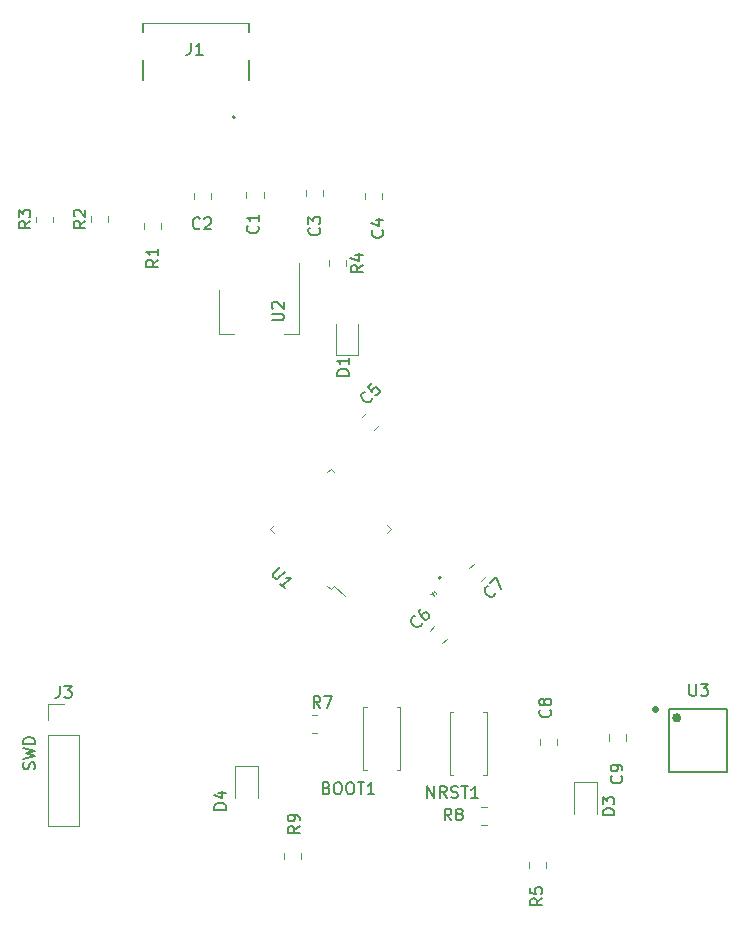
<source format=gbr>
%TF.GenerationSoftware,KiCad,Pcbnew,7.0.10*%
%TF.CreationDate,2024-04-02T20:17:41+05:30*%
%TF.ProjectId,blackpill-tft,626c6163-6b70-4696-9c6c-2d7466742e6b,rev?*%
%TF.SameCoordinates,Original*%
%TF.FileFunction,Legend,Top*%
%TF.FilePolarity,Positive*%
%FSLAX46Y46*%
G04 Gerber Fmt 4.6, Leading zero omitted, Abs format (unit mm)*
G04 Created by KiCad (PCBNEW 7.0.10) date 2024-04-02 20:17:41*
%MOMM*%
%LPD*%
G01*
G04 APERTURE LIST*
%ADD10C,0.150000*%
%ADD11C,0.080000*%
%ADD12C,0.120000*%
%ADD13C,0.200000*%
%ADD14C,0.127000*%
%ADD15C,0.100000*%
G04 APERTURE END LIST*
D10*
X116392200Y-123580839D02*
X116439819Y-123437982D01*
X116439819Y-123437982D02*
X116439819Y-123199887D01*
X116439819Y-123199887D02*
X116392200Y-123104649D01*
X116392200Y-123104649D02*
X116344580Y-123057030D01*
X116344580Y-123057030D02*
X116249342Y-123009411D01*
X116249342Y-123009411D02*
X116154104Y-123009411D01*
X116154104Y-123009411D02*
X116058866Y-123057030D01*
X116058866Y-123057030D02*
X116011247Y-123104649D01*
X116011247Y-123104649D02*
X115963628Y-123199887D01*
X115963628Y-123199887D02*
X115916009Y-123390363D01*
X115916009Y-123390363D02*
X115868390Y-123485601D01*
X115868390Y-123485601D02*
X115820771Y-123533220D01*
X115820771Y-123533220D02*
X115725533Y-123580839D01*
X115725533Y-123580839D02*
X115630295Y-123580839D01*
X115630295Y-123580839D02*
X115535057Y-123533220D01*
X115535057Y-123533220D02*
X115487438Y-123485601D01*
X115487438Y-123485601D02*
X115439819Y-123390363D01*
X115439819Y-123390363D02*
X115439819Y-123152268D01*
X115439819Y-123152268D02*
X115487438Y-123009411D01*
X115439819Y-122676077D02*
X116439819Y-122437982D01*
X116439819Y-122437982D02*
X115725533Y-122247506D01*
X115725533Y-122247506D02*
X116439819Y-122057030D01*
X116439819Y-122057030D02*
X115439819Y-121818935D01*
X116439819Y-121437982D02*
X115439819Y-121437982D01*
X115439819Y-121437982D02*
X115439819Y-121199887D01*
X115439819Y-121199887D02*
X115487438Y-121057030D01*
X115487438Y-121057030D02*
X115582676Y-120961792D01*
X115582676Y-120961792D02*
X115677914Y-120914173D01*
X115677914Y-120914173D02*
X115868390Y-120866554D01*
X115868390Y-120866554D02*
X116011247Y-120866554D01*
X116011247Y-120866554D02*
X116201723Y-120914173D01*
X116201723Y-120914173D02*
X116296961Y-120961792D01*
X116296961Y-120961792D02*
X116392200Y-121057030D01*
X116392200Y-121057030D02*
X116439819Y-121199887D01*
X116439819Y-121199887D02*
X116439819Y-121437982D01*
X136504819Y-85581904D02*
X137314342Y-85581904D01*
X137314342Y-85581904D02*
X137409580Y-85534285D01*
X137409580Y-85534285D02*
X137457200Y-85486666D01*
X137457200Y-85486666D02*
X137504819Y-85391428D01*
X137504819Y-85391428D02*
X137504819Y-85200952D01*
X137504819Y-85200952D02*
X137457200Y-85105714D01*
X137457200Y-85105714D02*
X137409580Y-85058095D01*
X137409580Y-85058095D02*
X137314342Y-85010476D01*
X137314342Y-85010476D02*
X136504819Y-85010476D01*
X136600057Y-84581904D02*
X136552438Y-84534285D01*
X136552438Y-84534285D02*
X136504819Y-84439047D01*
X136504819Y-84439047D02*
X136504819Y-84200952D01*
X136504819Y-84200952D02*
X136552438Y-84105714D01*
X136552438Y-84105714D02*
X136600057Y-84058095D01*
X136600057Y-84058095D02*
X136695295Y-84010476D01*
X136695295Y-84010476D02*
X136790533Y-84010476D01*
X136790533Y-84010476D02*
X136933390Y-84058095D01*
X136933390Y-84058095D02*
X137504819Y-84629523D01*
X137504819Y-84629523D02*
X137504819Y-84010476D01*
X120714819Y-77157566D02*
X120238628Y-77490899D01*
X120714819Y-77728994D02*
X119714819Y-77728994D01*
X119714819Y-77728994D02*
X119714819Y-77348042D01*
X119714819Y-77348042D02*
X119762438Y-77252804D01*
X119762438Y-77252804D02*
X119810057Y-77205185D01*
X119810057Y-77205185D02*
X119905295Y-77157566D01*
X119905295Y-77157566D02*
X120048152Y-77157566D01*
X120048152Y-77157566D02*
X120143390Y-77205185D01*
X120143390Y-77205185D02*
X120191009Y-77252804D01*
X120191009Y-77252804D02*
X120238628Y-77348042D01*
X120238628Y-77348042D02*
X120238628Y-77728994D01*
X119810057Y-76776613D02*
X119762438Y-76728994D01*
X119762438Y-76728994D02*
X119714819Y-76633756D01*
X119714819Y-76633756D02*
X119714819Y-76395661D01*
X119714819Y-76395661D02*
X119762438Y-76300423D01*
X119762438Y-76300423D02*
X119810057Y-76252804D01*
X119810057Y-76252804D02*
X119905295Y-76205185D01*
X119905295Y-76205185D02*
X120000533Y-76205185D01*
X120000533Y-76205185D02*
X120143390Y-76252804D01*
X120143390Y-76252804D02*
X120714819Y-76824232D01*
X120714819Y-76824232D02*
X120714819Y-76205185D01*
X118546666Y-116524819D02*
X118546666Y-117239104D01*
X118546666Y-117239104D02*
X118499047Y-117381961D01*
X118499047Y-117381961D02*
X118403809Y-117477200D01*
X118403809Y-117477200D02*
X118260952Y-117524819D01*
X118260952Y-117524819D02*
X118165714Y-117524819D01*
X118927619Y-116524819D02*
X119546666Y-116524819D01*
X119546666Y-116524819D02*
X119213333Y-116905771D01*
X119213333Y-116905771D02*
X119356190Y-116905771D01*
X119356190Y-116905771D02*
X119451428Y-116953390D01*
X119451428Y-116953390D02*
X119499047Y-117001009D01*
X119499047Y-117001009D02*
X119546666Y-117096247D01*
X119546666Y-117096247D02*
X119546666Y-117334342D01*
X119546666Y-117334342D02*
X119499047Y-117429580D01*
X119499047Y-117429580D02*
X119451428Y-117477200D01*
X119451428Y-117477200D02*
X119356190Y-117524819D01*
X119356190Y-117524819D02*
X119070476Y-117524819D01*
X119070476Y-117524819D02*
X118975238Y-117477200D01*
X118975238Y-117477200D02*
X118927619Y-117429580D01*
X144179819Y-80901066D02*
X143703628Y-81234399D01*
X144179819Y-81472494D02*
X143179819Y-81472494D01*
X143179819Y-81472494D02*
X143179819Y-81091542D01*
X143179819Y-81091542D02*
X143227438Y-80996304D01*
X143227438Y-80996304D02*
X143275057Y-80948685D01*
X143275057Y-80948685D02*
X143370295Y-80901066D01*
X143370295Y-80901066D02*
X143513152Y-80901066D01*
X143513152Y-80901066D02*
X143608390Y-80948685D01*
X143608390Y-80948685D02*
X143656009Y-80996304D01*
X143656009Y-80996304D02*
X143703628Y-81091542D01*
X143703628Y-81091542D02*
X143703628Y-81472494D01*
X143513152Y-80043923D02*
X144179819Y-80043923D01*
X143132200Y-80282018D02*
X143846485Y-80520113D01*
X143846485Y-80520113D02*
X143846485Y-79901066D01*
X165504819Y-127468094D02*
X164504819Y-127468094D01*
X164504819Y-127468094D02*
X164504819Y-127229999D01*
X164504819Y-127229999D02*
X164552438Y-127087142D01*
X164552438Y-127087142D02*
X164647676Y-126991904D01*
X164647676Y-126991904D02*
X164742914Y-126944285D01*
X164742914Y-126944285D02*
X164933390Y-126896666D01*
X164933390Y-126896666D02*
X165076247Y-126896666D01*
X165076247Y-126896666D02*
X165266723Y-126944285D01*
X165266723Y-126944285D02*
X165361961Y-126991904D01*
X165361961Y-126991904D02*
X165457200Y-127087142D01*
X165457200Y-127087142D02*
X165504819Y-127229999D01*
X165504819Y-127229999D02*
X165504819Y-127468094D01*
X164504819Y-126563332D02*
X164504819Y-125944285D01*
X164504819Y-125944285D02*
X164885771Y-126277618D01*
X164885771Y-126277618D02*
X164885771Y-126134761D01*
X164885771Y-126134761D02*
X164933390Y-126039523D01*
X164933390Y-126039523D02*
X164981009Y-125991904D01*
X164981009Y-125991904D02*
X165076247Y-125944285D01*
X165076247Y-125944285D02*
X165314342Y-125944285D01*
X165314342Y-125944285D02*
X165409580Y-125991904D01*
X165409580Y-125991904D02*
X165457200Y-126039523D01*
X165457200Y-126039523D02*
X165504819Y-126134761D01*
X165504819Y-126134761D02*
X165504819Y-126420475D01*
X165504819Y-126420475D02*
X165457200Y-126515713D01*
X165457200Y-126515713D02*
X165409580Y-126563332D01*
X160049580Y-118546666D02*
X160097200Y-118594285D01*
X160097200Y-118594285D02*
X160144819Y-118737142D01*
X160144819Y-118737142D02*
X160144819Y-118832380D01*
X160144819Y-118832380D02*
X160097200Y-118975237D01*
X160097200Y-118975237D02*
X160001961Y-119070475D01*
X160001961Y-119070475D02*
X159906723Y-119118094D01*
X159906723Y-119118094D02*
X159716247Y-119165713D01*
X159716247Y-119165713D02*
X159573390Y-119165713D01*
X159573390Y-119165713D02*
X159382914Y-119118094D01*
X159382914Y-119118094D02*
X159287676Y-119070475D01*
X159287676Y-119070475D02*
X159192438Y-118975237D01*
X159192438Y-118975237D02*
X159144819Y-118832380D01*
X159144819Y-118832380D02*
X159144819Y-118737142D01*
X159144819Y-118737142D02*
X159192438Y-118594285D01*
X159192438Y-118594285D02*
X159240057Y-118546666D01*
X159573390Y-117975237D02*
X159525771Y-118070475D01*
X159525771Y-118070475D02*
X159478152Y-118118094D01*
X159478152Y-118118094D02*
X159382914Y-118165713D01*
X159382914Y-118165713D02*
X159335295Y-118165713D01*
X159335295Y-118165713D02*
X159240057Y-118118094D01*
X159240057Y-118118094D02*
X159192438Y-118070475D01*
X159192438Y-118070475D02*
X159144819Y-117975237D01*
X159144819Y-117975237D02*
X159144819Y-117784761D01*
X159144819Y-117784761D02*
X159192438Y-117689523D01*
X159192438Y-117689523D02*
X159240057Y-117641904D01*
X159240057Y-117641904D02*
X159335295Y-117594285D01*
X159335295Y-117594285D02*
X159382914Y-117594285D01*
X159382914Y-117594285D02*
X159478152Y-117641904D01*
X159478152Y-117641904D02*
X159525771Y-117689523D01*
X159525771Y-117689523D02*
X159573390Y-117784761D01*
X159573390Y-117784761D02*
X159573390Y-117975237D01*
X159573390Y-117975237D02*
X159621009Y-118070475D01*
X159621009Y-118070475D02*
X159668628Y-118118094D01*
X159668628Y-118118094D02*
X159763866Y-118165713D01*
X159763866Y-118165713D02*
X159954342Y-118165713D01*
X159954342Y-118165713D02*
X160049580Y-118118094D01*
X160049580Y-118118094D02*
X160097200Y-118070475D01*
X160097200Y-118070475D02*
X160144819Y-117975237D01*
X160144819Y-117975237D02*
X160144819Y-117784761D01*
X160144819Y-117784761D02*
X160097200Y-117689523D01*
X160097200Y-117689523D02*
X160049580Y-117641904D01*
X160049580Y-117641904D02*
X159954342Y-117594285D01*
X159954342Y-117594285D02*
X159763866Y-117594285D01*
X159763866Y-117594285D02*
X159668628Y-117641904D01*
X159668628Y-117641904D02*
X159621009Y-117689523D01*
X159621009Y-117689523D02*
X159573390Y-117784761D01*
X171857243Y-116364218D02*
X171857243Y-117174647D01*
X171857243Y-117174647D02*
X171904915Y-117269991D01*
X171904915Y-117269991D02*
X171952588Y-117317664D01*
X171952588Y-117317664D02*
X172047932Y-117365336D01*
X172047932Y-117365336D02*
X172238621Y-117365336D01*
X172238621Y-117365336D02*
X172333966Y-117317664D01*
X172333966Y-117317664D02*
X172381638Y-117269991D01*
X172381638Y-117269991D02*
X172429310Y-117174647D01*
X172429310Y-117174647D02*
X172429310Y-116364218D01*
X172810688Y-116364218D02*
X173430428Y-116364218D01*
X173430428Y-116364218D02*
X173096722Y-116745596D01*
X173096722Y-116745596D02*
X173239739Y-116745596D01*
X173239739Y-116745596D02*
X173335084Y-116793268D01*
X173335084Y-116793268D02*
X173382756Y-116840941D01*
X173382756Y-116840941D02*
X173430428Y-116936285D01*
X173430428Y-116936285D02*
X173430428Y-117174647D01*
X173430428Y-117174647D02*
X173382756Y-117269991D01*
X173382756Y-117269991D02*
X173335084Y-117317664D01*
X173335084Y-117317664D02*
X173239739Y-117365336D01*
X173239739Y-117365336D02*
X172953705Y-117365336D01*
X172953705Y-117365336D02*
X172858361Y-117317664D01*
X172858361Y-117317664D02*
X172810688Y-117269991D01*
X166089580Y-124136666D02*
X166137200Y-124184285D01*
X166137200Y-124184285D02*
X166184819Y-124327142D01*
X166184819Y-124327142D02*
X166184819Y-124422380D01*
X166184819Y-124422380D02*
X166137200Y-124565237D01*
X166137200Y-124565237D02*
X166041961Y-124660475D01*
X166041961Y-124660475D02*
X165946723Y-124708094D01*
X165946723Y-124708094D02*
X165756247Y-124755713D01*
X165756247Y-124755713D02*
X165613390Y-124755713D01*
X165613390Y-124755713D02*
X165422914Y-124708094D01*
X165422914Y-124708094D02*
X165327676Y-124660475D01*
X165327676Y-124660475D02*
X165232438Y-124565237D01*
X165232438Y-124565237D02*
X165184819Y-124422380D01*
X165184819Y-124422380D02*
X165184819Y-124327142D01*
X165184819Y-124327142D02*
X165232438Y-124184285D01*
X165232438Y-124184285D02*
X165280057Y-124136666D01*
X166184819Y-123660475D02*
X166184819Y-123469999D01*
X166184819Y-123469999D02*
X166137200Y-123374761D01*
X166137200Y-123374761D02*
X166089580Y-123327142D01*
X166089580Y-123327142D02*
X165946723Y-123231904D01*
X165946723Y-123231904D02*
X165756247Y-123184285D01*
X165756247Y-123184285D02*
X165375295Y-123184285D01*
X165375295Y-123184285D02*
X165280057Y-123231904D01*
X165280057Y-123231904D02*
X165232438Y-123279523D01*
X165232438Y-123279523D02*
X165184819Y-123374761D01*
X165184819Y-123374761D02*
X165184819Y-123565237D01*
X165184819Y-123565237D02*
X165232438Y-123660475D01*
X165232438Y-123660475D02*
X165280057Y-123708094D01*
X165280057Y-123708094D02*
X165375295Y-123755713D01*
X165375295Y-123755713D02*
X165613390Y-123755713D01*
X165613390Y-123755713D02*
X165708628Y-123708094D01*
X165708628Y-123708094D02*
X165756247Y-123660475D01*
X165756247Y-123660475D02*
X165803866Y-123565237D01*
X165803866Y-123565237D02*
X165803866Y-123374761D01*
X165803866Y-123374761D02*
X165756247Y-123279523D01*
X165756247Y-123279523D02*
X165708628Y-123231904D01*
X165708628Y-123231904D02*
X165613390Y-123184285D01*
X135289580Y-77576666D02*
X135337200Y-77624285D01*
X135337200Y-77624285D02*
X135384819Y-77767142D01*
X135384819Y-77767142D02*
X135384819Y-77862380D01*
X135384819Y-77862380D02*
X135337200Y-78005237D01*
X135337200Y-78005237D02*
X135241961Y-78100475D01*
X135241961Y-78100475D02*
X135146723Y-78148094D01*
X135146723Y-78148094D02*
X134956247Y-78195713D01*
X134956247Y-78195713D02*
X134813390Y-78195713D01*
X134813390Y-78195713D02*
X134622914Y-78148094D01*
X134622914Y-78148094D02*
X134527676Y-78100475D01*
X134527676Y-78100475D02*
X134432438Y-78005237D01*
X134432438Y-78005237D02*
X134384819Y-77862380D01*
X134384819Y-77862380D02*
X134384819Y-77767142D01*
X134384819Y-77767142D02*
X134432438Y-77624285D01*
X134432438Y-77624285D02*
X134480057Y-77576666D01*
X135384819Y-76624285D02*
X135384819Y-77195713D01*
X135384819Y-76909999D02*
X134384819Y-76909999D01*
X134384819Y-76909999D02*
X134527676Y-77005237D01*
X134527676Y-77005237D02*
X134622914Y-77100475D01*
X134622914Y-77100475D02*
X134670533Y-77195713D01*
X149670952Y-126014819D02*
X149670952Y-125014819D01*
X149670952Y-125014819D02*
X150242380Y-126014819D01*
X150242380Y-126014819D02*
X150242380Y-125014819D01*
X151289999Y-126014819D02*
X150956666Y-125538628D01*
X150718571Y-126014819D02*
X150718571Y-125014819D01*
X150718571Y-125014819D02*
X151099523Y-125014819D01*
X151099523Y-125014819D02*
X151194761Y-125062438D01*
X151194761Y-125062438D02*
X151242380Y-125110057D01*
X151242380Y-125110057D02*
X151289999Y-125205295D01*
X151289999Y-125205295D02*
X151289999Y-125348152D01*
X151289999Y-125348152D02*
X151242380Y-125443390D01*
X151242380Y-125443390D02*
X151194761Y-125491009D01*
X151194761Y-125491009D02*
X151099523Y-125538628D01*
X151099523Y-125538628D02*
X150718571Y-125538628D01*
X151670952Y-125967200D02*
X151813809Y-126014819D01*
X151813809Y-126014819D02*
X152051904Y-126014819D01*
X152051904Y-126014819D02*
X152147142Y-125967200D01*
X152147142Y-125967200D02*
X152194761Y-125919580D01*
X152194761Y-125919580D02*
X152242380Y-125824342D01*
X152242380Y-125824342D02*
X152242380Y-125729104D01*
X152242380Y-125729104D02*
X152194761Y-125633866D01*
X152194761Y-125633866D02*
X152147142Y-125586247D01*
X152147142Y-125586247D02*
X152051904Y-125538628D01*
X152051904Y-125538628D02*
X151861428Y-125491009D01*
X151861428Y-125491009D02*
X151766190Y-125443390D01*
X151766190Y-125443390D02*
X151718571Y-125395771D01*
X151718571Y-125395771D02*
X151670952Y-125300533D01*
X151670952Y-125300533D02*
X151670952Y-125205295D01*
X151670952Y-125205295D02*
X151718571Y-125110057D01*
X151718571Y-125110057D02*
X151766190Y-125062438D01*
X151766190Y-125062438D02*
X151861428Y-125014819D01*
X151861428Y-125014819D02*
X152099523Y-125014819D01*
X152099523Y-125014819D02*
X152242380Y-125062438D01*
X152528095Y-125014819D02*
X153099523Y-125014819D01*
X152813809Y-126014819D02*
X152813809Y-125014819D01*
X153956666Y-126014819D02*
X153385238Y-126014819D01*
X153670952Y-126014819D02*
X153670952Y-125014819D01*
X153670952Y-125014819D02*
X153575714Y-125157676D01*
X153575714Y-125157676D02*
X153480476Y-125252914D01*
X153480476Y-125252914D02*
X153385238Y-125300533D01*
X155416411Y-108652112D02*
X155416411Y-108719456D01*
X155416411Y-108719456D02*
X155349067Y-108854143D01*
X155349067Y-108854143D02*
X155281724Y-108921486D01*
X155281724Y-108921486D02*
X155147037Y-108988830D01*
X155147037Y-108988830D02*
X155012350Y-108988830D01*
X155012350Y-108988830D02*
X154911335Y-108955158D01*
X154911335Y-108955158D02*
X154742976Y-108854143D01*
X154742976Y-108854143D02*
X154641961Y-108753128D01*
X154641961Y-108753128D02*
X154540945Y-108584769D01*
X154540945Y-108584769D02*
X154507274Y-108483754D01*
X154507274Y-108483754D02*
X154507274Y-108349067D01*
X154507274Y-108349067D02*
X154574617Y-108214380D01*
X154574617Y-108214380D02*
X154641961Y-108147036D01*
X154641961Y-108147036D02*
X154776648Y-108079693D01*
X154776648Y-108079693D02*
X154843991Y-108079693D01*
X155012350Y-107776647D02*
X155483754Y-107305242D01*
X155483754Y-107305242D02*
X155887815Y-108315395D01*
X126874819Y-80456666D02*
X126398628Y-80789999D01*
X126874819Y-81028094D02*
X125874819Y-81028094D01*
X125874819Y-81028094D02*
X125874819Y-80647142D01*
X125874819Y-80647142D02*
X125922438Y-80551904D01*
X125922438Y-80551904D02*
X125970057Y-80504285D01*
X125970057Y-80504285D02*
X126065295Y-80456666D01*
X126065295Y-80456666D02*
X126208152Y-80456666D01*
X126208152Y-80456666D02*
X126303390Y-80504285D01*
X126303390Y-80504285D02*
X126351009Y-80551904D01*
X126351009Y-80551904D02*
X126398628Y-80647142D01*
X126398628Y-80647142D02*
X126398628Y-81028094D01*
X126874819Y-79504285D02*
X126874819Y-80075713D01*
X126874819Y-79789999D02*
X125874819Y-79789999D01*
X125874819Y-79789999D02*
X126017676Y-79885237D01*
X126017676Y-79885237D02*
X126112914Y-79980475D01*
X126112914Y-79980475D02*
X126160533Y-80075713D01*
X159394819Y-134506666D02*
X158918628Y-134839999D01*
X159394819Y-135078094D02*
X158394819Y-135078094D01*
X158394819Y-135078094D02*
X158394819Y-134697142D01*
X158394819Y-134697142D02*
X158442438Y-134601904D01*
X158442438Y-134601904D02*
X158490057Y-134554285D01*
X158490057Y-134554285D02*
X158585295Y-134506666D01*
X158585295Y-134506666D02*
X158728152Y-134506666D01*
X158728152Y-134506666D02*
X158823390Y-134554285D01*
X158823390Y-134554285D02*
X158871009Y-134601904D01*
X158871009Y-134601904D02*
X158918628Y-134697142D01*
X158918628Y-134697142D02*
X158918628Y-135078094D01*
X158394819Y-133601904D02*
X158394819Y-134078094D01*
X158394819Y-134078094D02*
X158871009Y-134125713D01*
X158871009Y-134125713D02*
X158823390Y-134078094D01*
X158823390Y-134078094D02*
X158775771Y-133982856D01*
X158775771Y-133982856D02*
X158775771Y-133744761D01*
X158775771Y-133744761D02*
X158823390Y-133649523D01*
X158823390Y-133649523D02*
X158871009Y-133601904D01*
X158871009Y-133601904D02*
X158966247Y-133554285D01*
X158966247Y-133554285D02*
X159204342Y-133554285D01*
X159204342Y-133554285D02*
X159299580Y-133601904D01*
X159299580Y-133601904D02*
X159347200Y-133649523D01*
X159347200Y-133649523D02*
X159394819Y-133744761D01*
X159394819Y-133744761D02*
X159394819Y-133982856D01*
X159394819Y-133982856D02*
X159347200Y-134078094D01*
X159347200Y-134078094D02*
X159299580Y-134125713D01*
D11*
X150119268Y-108785974D02*
X150227018Y-108893723D01*
X149925319Y-108742874D02*
X150119268Y-108785974D01*
X150119268Y-108785974D02*
X150076168Y-108592025D01*
X150496392Y-108624349D02*
X150367093Y-108753649D01*
X150431742Y-108688999D02*
X150205468Y-108462725D01*
X150205468Y-108462725D02*
X150216243Y-108516600D01*
X150216243Y-108516600D02*
X150216243Y-108559699D01*
X150216243Y-108559699D02*
X150205468Y-108592024D01*
D10*
X141136666Y-125161009D02*
X141279523Y-125208628D01*
X141279523Y-125208628D02*
X141327142Y-125256247D01*
X141327142Y-125256247D02*
X141374761Y-125351485D01*
X141374761Y-125351485D02*
X141374761Y-125494342D01*
X141374761Y-125494342D02*
X141327142Y-125589580D01*
X141327142Y-125589580D02*
X141279523Y-125637200D01*
X141279523Y-125637200D02*
X141184285Y-125684819D01*
X141184285Y-125684819D02*
X140803333Y-125684819D01*
X140803333Y-125684819D02*
X140803333Y-124684819D01*
X140803333Y-124684819D02*
X141136666Y-124684819D01*
X141136666Y-124684819D02*
X141231904Y-124732438D01*
X141231904Y-124732438D02*
X141279523Y-124780057D01*
X141279523Y-124780057D02*
X141327142Y-124875295D01*
X141327142Y-124875295D02*
X141327142Y-124970533D01*
X141327142Y-124970533D02*
X141279523Y-125065771D01*
X141279523Y-125065771D02*
X141231904Y-125113390D01*
X141231904Y-125113390D02*
X141136666Y-125161009D01*
X141136666Y-125161009D02*
X140803333Y-125161009D01*
X141993809Y-124684819D02*
X142184285Y-124684819D01*
X142184285Y-124684819D02*
X142279523Y-124732438D01*
X142279523Y-124732438D02*
X142374761Y-124827676D01*
X142374761Y-124827676D02*
X142422380Y-125018152D01*
X142422380Y-125018152D02*
X142422380Y-125351485D01*
X142422380Y-125351485D02*
X142374761Y-125541961D01*
X142374761Y-125541961D02*
X142279523Y-125637200D01*
X142279523Y-125637200D02*
X142184285Y-125684819D01*
X142184285Y-125684819D02*
X141993809Y-125684819D01*
X141993809Y-125684819D02*
X141898571Y-125637200D01*
X141898571Y-125637200D02*
X141803333Y-125541961D01*
X141803333Y-125541961D02*
X141755714Y-125351485D01*
X141755714Y-125351485D02*
X141755714Y-125018152D01*
X141755714Y-125018152D02*
X141803333Y-124827676D01*
X141803333Y-124827676D02*
X141898571Y-124732438D01*
X141898571Y-124732438D02*
X141993809Y-124684819D01*
X143041428Y-124684819D02*
X143231904Y-124684819D01*
X143231904Y-124684819D02*
X143327142Y-124732438D01*
X143327142Y-124732438D02*
X143422380Y-124827676D01*
X143422380Y-124827676D02*
X143469999Y-125018152D01*
X143469999Y-125018152D02*
X143469999Y-125351485D01*
X143469999Y-125351485D02*
X143422380Y-125541961D01*
X143422380Y-125541961D02*
X143327142Y-125637200D01*
X143327142Y-125637200D02*
X143231904Y-125684819D01*
X143231904Y-125684819D02*
X143041428Y-125684819D01*
X143041428Y-125684819D02*
X142946190Y-125637200D01*
X142946190Y-125637200D02*
X142850952Y-125541961D01*
X142850952Y-125541961D02*
X142803333Y-125351485D01*
X142803333Y-125351485D02*
X142803333Y-125018152D01*
X142803333Y-125018152D02*
X142850952Y-124827676D01*
X142850952Y-124827676D02*
X142946190Y-124732438D01*
X142946190Y-124732438D02*
X143041428Y-124684819D01*
X143755714Y-124684819D02*
X144327142Y-124684819D01*
X144041428Y-125684819D02*
X144041428Y-124684819D01*
X145184285Y-125684819D02*
X144612857Y-125684819D01*
X144898571Y-125684819D02*
X144898571Y-124684819D01*
X144898571Y-124684819D02*
X144803333Y-124827676D01*
X144803333Y-124827676D02*
X144708095Y-124922914D01*
X144708095Y-124922914D02*
X144612857Y-124970533D01*
X140509580Y-77746666D02*
X140557200Y-77794285D01*
X140557200Y-77794285D02*
X140604819Y-77937142D01*
X140604819Y-77937142D02*
X140604819Y-78032380D01*
X140604819Y-78032380D02*
X140557200Y-78175237D01*
X140557200Y-78175237D02*
X140461961Y-78270475D01*
X140461961Y-78270475D02*
X140366723Y-78318094D01*
X140366723Y-78318094D02*
X140176247Y-78365713D01*
X140176247Y-78365713D02*
X140033390Y-78365713D01*
X140033390Y-78365713D02*
X139842914Y-78318094D01*
X139842914Y-78318094D02*
X139747676Y-78270475D01*
X139747676Y-78270475D02*
X139652438Y-78175237D01*
X139652438Y-78175237D02*
X139604819Y-78032380D01*
X139604819Y-78032380D02*
X139604819Y-77937142D01*
X139604819Y-77937142D02*
X139652438Y-77794285D01*
X139652438Y-77794285D02*
X139700057Y-77746666D01*
X139604819Y-77413332D02*
X139604819Y-76794285D01*
X139604819Y-76794285D02*
X139985771Y-77127618D01*
X139985771Y-77127618D02*
X139985771Y-76984761D01*
X139985771Y-76984761D02*
X140033390Y-76889523D01*
X140033390Y-76889523D02*
X140081009Y-76841904D01*
X140081009Y-76841904D02*
X140176247Y-76794285D01*
X140176247Y-76794285D02*
X140414342Y-76794285D01*
X140414342Y-76794285D02*
X140509580Y-76841904D01*
X140509580Y-76841904D02*
X140557200Y-76889523D01*
X140557200Y-76889523D02*
X140604819Y-76984761D01*
X140604819Y-76984761D02*
X140604819Y-77270475D01*
X140604819Y-77270475D02*
X140557200Y-77365713D01*
X140557200Y-77365713D02*
X140509580Y-77413332D01*
X130403333Y-77769580D02*
X130355714Y-77817200D01*
X130355714Y-77817200D02*
X130212857Y-77864819D01*
X130212857Y-77864819D02*
X130117619Y-77864819D01*
X130117619Y-77864819D02*
X129974762Y-77817200D01*
X129974762Y-77817200D02*
X129879524Y-77721961D01*
X129879524Y-77721961D02*
X129831905Y-77626723D01*
X129831905Y-77626723D02*
X129784286Y-77436247D01*
X129784286Y-77436247D02*
X129784286Y-77293390D01*
X129784286Y-77293390D02*
X129831905Y-77102914D01*
X129831905Y-77102914D02*
X129879524Y-77007676D01*
X129879524Y-77007676D02*
X129974762Y-76912438D01*
X129974762Y-76912438D02*
X130117619Y-76864819D01*
X130117619Y-76864819D02*
X130212857Y-76864819D01*
X130212857Y-76864819D02*
X130355714Y-76912438D01*
X130355714Y-76912438D02*
X130403333Y-76960057D01*
X130784286Y-76960057D02*
X130831905Y-76912438D01*
X130831905Y-76912438D02*
X130927143Y-76864819D01*
X130927143Y-76864819D02*
X131165238Y-76864819D01*
X131165238Y-76864819D02*
X131260476Y-76912438D01*
X131260476Y-76912438D02*
X131308095Y-76960057D01*
X131308095Y-76960057D02*
X131355714Y-77055295D01*
X131355714Y-77055295D02*
X131355714Y-77150533D01*
X131355714Y-77150533D02*
X131308095Y-77293390D01*
X131308095Y-77293390D02*
X130736667Y-77864819D01*
X130736667Y-77864819D02*
X131355714Y-77864819D01*
X132628119Y-126995294D02*
X131628119Y-126995294D01*
X131628119Y-126995294D02*
X131628119Y-126757199D01*
X131628119Y-126757199D02*
X131675738Y-126614342D01*
X131675738Y-126614342D02*
X131770976Y-126519104D01*
X131770976Y-126519104D02*
X131866214Y-126471485D01*
X131866214Y-126471485D02*
X132056690Y-126423866D01*
X132056690Y-126423866D02*
X132199547Y-126423866D01*
X132199547Y-126423866D02*
X132390023Y-126471485D01*
X132390023Y-126471485D02*
X132485261Y-126519104D01*
X132485261Y-126519104D02*
X132580500Y-126614342D01*
X132580500Y-126614342D02*
X132628119Y-126757199D01*
X132628119Y-126757199D02*
X132628119Y-126995294D01*
X131961452Y-125566723D02*
X132628119Y-125566723D01*
X131580500Y-125804818D02*
X132294785Y-126042913D01*
X132294785Y-126042913D02*
X132294785Y-125423866D01*
X138844819Y-128386666D02*
X138368628Y-128719999D01*
X138844819Y-128958094D02*
X137844819Y-128958094D01*
X137844819Y-128958094D02*
X137844819Y-128577142D01*
X137844819Y-128577142D02*
X137892438Y-128481904D01*
X137892438Y-128481904D02*
X137940057Y-128434285D01*
X137940057Y-128434285D02*
X138035295Y-128386666D01*
X138035295Y-128386666D02*
X138178152Y-128386666D01*
X138178152Y-128386666D02*
X138273390Y-128434285D01*
X138273390Y-128434285D02*
X138321009Y-128481904D01*
X138321009Y-128481904D02*
X138368628Y-128577142D01*
X138368628Y-128577142D02*
X138368628Y-128958094D01*
X138844819Y-127910475D02*
X138844819Y-127719999D01*
X138844819Y-127719999D02*
X138797200Y-127624761D01*
X138797200Y-127624761D02*
X138749580Y-127577142D01*
X138749580Y-127577142D02*
X138606723Y-127481904D01*
X138606723Y-127481904D02*
X138416247Y-127434285D01*
X138416247Y-127434285D02*
X138035295Y-127434285D01*
X138035295Y-127434285D02*
X137940057Y-127481904D01*
X137940057Y-127481904D02*
X137892438Y-127529523D01*
X137892438Y-127529523D02*
X137844819Y-127624761D01*
X137844819Y-127624761D02*
X137844819Y-127815237D01*
X137844819Y-127815237D02*
X137892438Y-127910475D01*
X137892438Y-127910475D02*
X137940057Y-127958094D01*
X137940057Y-127958094D02*
X138035295Y-128005713D01*
X138035295Y-128005713D02*
X138273390Y-128005713D01*
X138273390Y-128005713D02*
X138368628Y-127958094D01*
X138368628Y-127958094D02*
X138416247Y-127910475D01*
X138416247Y-127910475D02*
X138463866Y-127815237D01*
X138463866Y-127815237D02*
X138463866Y-127624761D01*
X138463866Y-127624761D02*
X138416247Y-127529523D01*
X138416247Y-127529523D02*
X138368628Y-127481904D01*
X138368628Y-127481904D02*
X138273390Y-127434285D01*
X143024819Y-90258094D02*
X142024819Y-90258094D01*
X142024819Y-90258094D02*
X142024819Y-90019999D01*
X142024819Y-90019999D02*
X142072438Y-89877142D01*
X142072438Y-89877142D02*
X142167676Y-89781904D01*
X142167676Y-89781904D02*
X142262914Y-89734285D01*
X142262914Y-89734285D02*
X142453390Y-89686666D01*
X142453390Y-89686666D02*
X142596247Y-89686666D01*
X142596247Y-89686666D02*
X142786723Y-89734285D01*
X142786723Y-89734285D02*
X142881961Y-89781904D01*
X142881961Y-89781904D02*
X142977200Y-89877142D01*
X142977200Y-89877142D02*
X143024819Y-90019999D01*
X143024819Y-90019999D02*
X143024819Y-90258094D01*
X143024819Y-88734285D02*
X143024819Y-89305713D01*
X143024819Y-89019999D02*
X142024819Y-89019999D01*
X142024819Y-89019999D02*
X142167676Y-89115237D01*
X142167676Y-89115237D02*
X142262914Y-89210475D01*
X142262914Y-89210475D02*
X142310533Y-89305713D01*
X129636666Y-62094819D02*
X129636666Y-62809104D01*
X129636666Y-62809104D02*
X129589047Y-62951961D01*
X129589047Y-62951961D02*
X129493809Y-63047200D01*
X129493809Y-63047200D02*
X129350952Y-63094819D01*
X129350952Y-63094819D02*
X129255714Y-63094819D01*
X130636666Y-63094819D02*
X130065238Y-63094819D01*
X130350952Y-63094819D02*
X130350952Y-62094819D01*
X130350952Y-62094819D02*
X130255714Y-62237676D01*
X130255714Y-62237676D02*
X130160476Y-62332914D01*
X130160476Y-62332914D02*
X130065238Y-62380533D01*
X137182278Y-106453525D02*
X136609858Y-107025945D01*
X136609858Y-107025945D02*
X136576186Y-107126960D01*
X136576186Y-107126960D02*
X136576186Y-107194304D01*
X136576186Y-107194304D02*
X136609858Y-107295319D01*
X136609858Y-107295319D02*
X136744545Y-107430006D01*
X136744545Y-107430006D02*
X136845560Y-107463678D01*
X136845560Y-107463678D02*
X136912904Y-107463678D01*
X136912904Y-107463678D02*
X137013919Y-107430006D01*
X137013919Y-107430006D02*
X137586339Y-106857586D01*
X137586339Y-108271800D02*
X137182278Y-107867739D01*
X137384308Y-108069769D02*
X138091415Y-107362663D01*
X138091415Y-107362663D02*
X137923056Y-107396334D01*
X137923056Y-107396334D02*
X137788369Y-107396334D01*
X137788369Y-107396334D02*
X137687354Y-107362663D01*
X140603333Y-118394819D02*
X140270000Y-117918628D01*
X140031905Y-118394819D02*
X140031905Y-117394819D01*
X140031905Y-117394819D02*
X140412857Y-117394819D01*
X140412857Y-117394819D02*
X140508095Y-117442438D01*
X140508095Y-117442438D02*
X140555714Y-117490057D01*
X140555714Y-117490057D02*
X140603333Y-117585295D01*
X140603333Y-117585295D02*
X140603333Y-117728152D01*
X140603333Y-117728152D02*
X140555714Y-117823390D01*
X140555714Y-117823390D02*
X140508095Y-117871009D01*
X140508095Y-117871009D02*
X140412857Y-117918628D01*
X140412857Y-117918628D02*
X140031905Y-117918628D01*
X140936667Y-117394819D02*
X141603333Y-117394819D01*
X141603333Y-117394819D02*
X141174762Y-118394819D01*
X144986411Y-92192111D02*
X144986411Y-92259455D01*
X144986411Y-92259455D02*
X144919067Y-92394142D01*
X144919067Y-92394142D02*
X144851724Y-92461485D01*
X144851724Y-92461485D02*
X144717037Y-92528829D01*
X144717037Y-92528829D02*
X144582350Y-92528829D01*
X144582350Y-92528829D02*
X144481335Y-92495157D01*
X144481335Y-92495157D02*
X144312976Y-92394142D01*
X144312976Y-92394142D02*
X144211961Y-92293127D01*
X144211961Y-92293127D02*
X144110945Y-92124768D01*
X144110945Y-92124768D02*
X144077274Y-92023753D01*
X144077274Y-92023753D02*
X144077274Y-91889066D01*
X144077274Y-91889066D02*
X144144617Y-91754379D01*
X144144617Y-91754379D02*
X144211961Y-91687035D01*
X144211961Y-91687035D02*
X144346648Y-91619692D01*
X144346648Y-91619692D02*
X144413991Y-91619692D01*
X144986411Y-90912585D02*
X144649693Y-91249302D01*
X144649693Y-91249302D02*
X144952739Y-91619692D01*
X144952739Y-91619692D02*
X144952739Y-91552348D01*
X144952739Y-91552348D02*
X144986411Y-91451333D01*
X144986411Y-91451333D02*
X145154770Y-91282974D01*
X145154770Y-91282974D02*
X145255785Y-91249302D01*
X145255785Y-91249302D02*
X145323128Y-91249302D01*
X145323128Y-91249302D02*
X145424144Y-91282974D01*
X145424144Y-91282974D02*
X145592502Y-91451333D01*
X145592502Y-91451333D02*
X145626174Y-91552348D01*
X145626174Y-91552348D02*
X145626174Y-91619692D01*
X145626174Y-91619692D02*
X145592502Y-91720707D01*
X145592502Y-91720707D02*
X145424144Y-91889066D01*
X145424144Y-91889066D02*
X145323128Y-91922737D01*
X145323128Y-91922737D02*
X145255785Y-91922737D01*
X149176411Y-111222112D02*
X149176411Y-111289456D01*
X149176411Y-111289456D02*
X149109067Y-111424143D01*
X149109067Y-111424143D02*
X149041724Y-111491486D01*
X149041724Y-111491486D02*
X148907037Y-111558830D01*
X148907037Y-111558830D02*
X148772350Y-111558830D01*
X148772350Y-111558830D02*
X148671335Y-111525158D01*
X148671335Y-111525158D02*
X148502976Y-111424143D01*
X148502976Y-111424143D02*
X148401961Y-111323128D01*
X148401961Y-111323128D02*
X148300945Y-111154769D01*
X148300945Y-111154769D02*
X148267274Y-111053754D01*
X148267274Y-111053754D02*
X148267274Y-110919067D01*
X148267274Y-110919067D02*
X148334617Y-110784380D01*
X148334617Y-110784380D02*
X148401961Y-110717036D01*
X148401961Y-110717036D02*
X148536648Y-110649693D01*
X148536648Y-110649693D02*
X148603991Y-110649693D01*
X149142739Y-109976258D02*
X149008052Y-110110945D01*
X149008052Y-110110945D02*
X148974380Y-110211960D01*
X148974380Y-110211960D02*
X148974380Y-110279303D01*
X148974380Y-110279303D02*
X149008052Y-110447662D01*
X149008052Y-110447662D02*
X149109067Y-110616021D01*
X149109067Y-110616021D02*
X149378441Y-110885395D01*
X149378441Y-110885395D02*
X149479457Y-110919067D01*
X149479457Y-110919067D02*
X149546800Y-110919067D01*
X149546800Y-110919067D02*
X149647815Y-110885395D01*
X149647815Y-110885395D02*
X149782502Y-110750708D01*
X149782502Y-110750708D02*
X149816174Y-110649693D01*
X149816174Y-110649693D02*
X149816174Y-110582349D01*
X149816174Y-110582349D02*
X149782502Y-110481334D01*
X149782502Y-110481334D02*
X149614144Y-110312975D01*
X149614144Y-110312975D02*
X149513128Y-110279303D01*
X149513128Y-110279303D02*
X149445785Y-110279303D01*
X149445785Y-110279303D02*
X149344770Y-110312975D01*
X149344770Y-110312975D02*
X149210083Y-110447662D01*
X149210083Y-110447662D02*
X149176411Y-110548677D01*
X149176411Y-110548677D02*
X149176411Y-110616021D01*
X149176411Y-110616021D02*
X149210083Y-110717036D01*
X116065019Y-77180466D02*
X115588828Y-77513799D01*
X116065019Y-77751894D02*
X115065019Y-77751894D01*
X115065019Y-77751894D02*
X115065019Y-77370942D01*
X115065019Y-77370942D02*
X115112638Y-77275704D01*
X115112638Y-77275704D02*
X115160257Y-77228085D01*
X115160257Y-77228085D02*
X115255495Y-77180466D01*
X115255495Y-77180466D02*
X115398352Y-77180466D01*
X115398352Y-77180466D02*
X115493590Y-77228085D01*
X115493590Y-77228085D02*
X115541209Y-77275704D01*
X115541209Y-77275704D02*
X115588828Y-77370942D01*
X115588828Y-77370942D02*
X115588828Y-77751894D01*
X115065019Y-76847132D02*
X115065019Y-76228085D01*
X115065019Y-76228085D02*
X115445971Y-76561418D01*
X115445971Y-76561418D02*
X115445971Y-76418561D01*
X115445971Y-76418561D02*
X115493590Y-76323323D01*
X115493590Y-76323323D02*
X115541209Y-76275704D01*
X115541209Y-76275704D02*
X115636447Y-76228085D01*
X115636447Y-76228085D02*
X115874542Y-76228085D01*
X115874542Y-76228085D02*
X115969780Y-76275704D01*
X115969780Y-76275704D02*
X116017400Y-76323323D01*
X116017400Y-76323323D02*
X116065019Y-76418561D01*
X116065019Y-76418561D02*
X116065019Y-76704275D01*
X116065019Y-76704275D02*
X116017400Y-76799513D01*
X116017400Y-76799513D02*
X115969780Y-76847132D01*
X145849580Y-77946666D02*
X145897200Y-77994285D01*
X145897200Y-77994285D02*
X145944819Y-78137142D01*
X145944819Y-78137142D02*
X145944819Y-78232380D01*
X145944819Y-78232380D02*
X145897200Y-78375237D01*
X145897200Y-78375237D02*
X145801961Y-78470475D01*
X145801961Y-78470475D02*
X145706723Y-78518094D01*
X145706723Y-78518094D02*
X145516247Y-78565713D01*
X145516247Y-78565713D02*
X145373390Y-78565713D01*
X145373390Y-78565713D02*
X145182914Y-78518094D01*
X145182914Y-78518094D02*
X145087676Y-78470475D01*
X145087676Y-78470475D02*
X144992438Y-78375237D01*
X144992438Y-78375237D02*
X144944819Y-78232380D01*
X144944819Y-78232380D02*
X144944819Y-78137142D01*
X144944819Y-78137142D02*
X144992438Y-77994285D01*
X144992438Y-77994285D02*
X145040057Y-77946666D01*
X145278152Y-77089523D02*
X145944819Y-77089523D01*
X144897200Y-77327618D02*
X145611485Y-77565713D01*
X145611485Y-77565713D02*
X145611485Y-76946666D01*
X151693333Y-127914819D02*
X151360000Y-127438628D01*
X151121905Y-127914819D02*
X151121905Y-126914819D01*
X151121905Y-126914819D02*
X151502857Y-126914819D01*
X151502857Y-126914819D02*
X151598095Y-126962438D01*
X151598095Y-126962438D02*
X151645714Y-127010057D01*
X151645714Y-127010057D02*
X151693333Y-127105295D01*
X151693333Y-127105295D02*
X151693333Y-127248152D01*
X151693333Y-127248152D02*
X151645714Y-127343390D01*
X151645714Y-127343390D02*
X151598095Y-127391009D01*
X151598095Y-127391009D02*
X151502857Y-127438628D01*
X151502857Y-127438628D02*
X151121905Y-127438628D01*
X152264762Y-127343390D02*
X152169524Y-127295771D01*
X152169524Y-127295771D02*
X152121905Y-127248152D01*
X152121905Y-127248152D02*
X152074286Y-127152914D01*
X152074286Y-127152914D02*
X152074286Y-127105295D01*
X152074286Y-127105295D02*
X152121905Y-127010057D01*
X152121905Y-127010057D02*
X152169524Y-126962438D01*
X152169524Y-126962438D02*
X152264762Y-126914819D01*
X152264762Y-126914819D02*
X152455238Y-126914819D01*
X152455238Y-126914819D02*
X152550476Y-126962438D01*
X152550476Y-126962438D02*
X152598095Y-127010057D01*
X152598095Y-127010057D02*
X152645714Y-127105295D01*
X152645714Y-127105295D02*
X152645714Y-127152914D01*
X152645714Y-127152914D02*
X152598095Y-127248152D01*
X152598095Y-127248152D02*
X152550476Y-127295771D01*
X152550476Y-127295771D02*
X152455238Y-127343390D01*
X152455238Y-127343390D02*
X152264762Y-127343390D01*
X152264762Y-127343390D02*
X152169524Y-127391009D01*
X152169524Y-127391009D02*
X152121905Y-127438628D01*
X152121905Y-127438628D02*
X152074286Y-127533866D01*
X152074286Y-127533866D02*
X152074286Y-127724342D01*
X152074286Y-127724342D02*
X152121905Y-127819580D01*
X152121905Y-127819580D02*
X152169524Y-127867200D01*
X152169524Y-127867200D02*
X152264762Y-127914819D01*
X152264762Y-127914819D02*
X152455238Y-127914819D01*
X152455238Y-127914819D02*
X152550476Y-127867200D01*
X152550476Y-127867200D02*
X152598095Y-127819580D01*
X152598095Y-127819580D02*
X152645714Y-127724342D01*
X152645714Y-127724342D02*
X152645714Y-127533866D01*
X152645714Y-127533866D02*
X152598095Y-127438628D01*
X152598095Y-127438628D02*
X152550476Y-127391009D01*
X152550476Y-127391009D02*
X152455238Y-127343390D01*
D12*
%TO.C,U2*%
X138830200Y-80723800D02*
X138830200Y-86733800D01*
X132010200Y-82973800D02*
X132010200Y-86733800D01*
X138830200Y-86733800D02*
X137570200Y-86733800D01*
X132010200Y-86733800D02*
X133270200Y-86733800D01*
%TO.C,R2*%
X121175000Y-77217964D02*
X121175000Y-76763836D01*
X122645000Y-77217964D02*
X122645000Y-76763836D01*
%TO.C,J3*%
X117550000Y-118070000D02*
X118880000Y-118070000D01*
X117550000Y-119400000D02*
X117550000Y-118070000D01*
X117550000Y-120670000D02*
X117550000Y-128350000D01*
X117550000Y-120670000D02*
X120210000Y-120670000D01*
X117550000Y-128350000D02*
X120210000Y-128350000D01*
X120210000Y-120670000D02*
X120210000Y-128350000D01*
%TO.C,R4*%
X142810000Y-80507336D02*
X142810000Y-80961464D01*
X141340000Y-80507336D02*
X141340000Y-80961464D01*
%TO.C,D3*%
X164022800Y-124674200D02*
X162102800Y-124674200D01*
X162102800Y-124674200D02*
X162102800Y-127359200D01*
X164022800Y-127359200D02*
X164022800Y-124674200D01*
%TO.C,C8*%
X160673600Y-120992548D02*
X160673600Y-121515052D01*
X159203600Y-120992548D02*
X159203600Y-121515052D01*
D13*
%TO.C,U3*%
X170105000Y-118480000D02*
X175055000Y-118480000D01*
X170105000Y-123780000D02*
X170105000Y-118480000D01*
X175055000Y-118480000D02*
X175055000Y-123780000D01*
X175055000Y-123780000D02*
X170105000Y-123780000D01*
D14*
X169080000Y-118530000D02*
G75*
G03*
X168880000Y-118530000I-100000J0D01*
G01*
X168880000Y-118530000D02*
G75*
G03*
X169080000Y-118530000I100000J0D01*
G01*
X169203606Y-118530000D02*
G75*
G03*
X168756394Y-118530000I-223606J0D01*
G01*
X168756394Y-118530000D02*
G75*
G03*
X169203606Y-118530000I223606J0D01*
G01*
X169180000Y-118530000D02*
G75*
G03*
X168980000Y-118530000I-100000J0D01*
G01*
X168980000Y-118530000D02*
G75*
G03*
X169180000Y-118530000I100000J0D01*
G01*
X170880000Y-119230000D02*
G75*
G03*
X170680000Y-119230000I-100000J0D01*
G01*
X170680000Y-119230000D02*
G75*
G03*
X170880000Y-119230000I100000J0D01*
G01*
X170921419Y-119230000D02*
G75*
G03*
X170638581Y-119230000I-141419J0D01*
G01*
X170638581Y-119230000D02*
G75*
G03*
X170921419Y-119230000I141419J0D01*
G01*
X171003606Y-119230000D02*
G75*
G03*
X170556394Y-119230000I-223606J0D01*
G01*
X170556394Y-119230000D02*
G75*
G03*
X171003606Y-119230000I223606J0D01*
G01*
X171096225Y-119230000D02*
G75*
G03*
X170463775Y-119230000I-316225J0D01*
G01*
X170463775Y-119230000D02*
G75*
G03*
X171096225Y-119230000I316225J0D01*
G01*
X170880000Y-119330000D02*
G75*
G03*
X170680000Y-119330000I-100000J0D01*
G01*
X170680000Y-119330000D02*
G75*
G03*
X170880000Y-119330000I100000J0D01*
G01*
D12*
%TO.C,C9*%
X166495000Y-120638748D02*
X166495000Y-121161252D01*
X165025000Y-120638748D02*
X165025000Y-121161252D01*
%TO.C,C1*%
X134345000Y-75251252D02*
X134345000Y-74728748D01*
X135815000Y-75251252D02*
X135815000Y-74728748D01*
%TO.C,NRST1*%
X154714100Y-118717300D02*
X154716500Y-124063900D01*
X154414100Y-118717300D02*
X154714100Y-118717300D01*
X151574100Y-118717300D02*
X151874100Y-118717300D01*
X154716500Y-124063900D02*
X154416500Y-124063900D01*
X151871700Y-124063900D02*
X151571700Y-124063900D01*
X151571700Y-124063900D02*
X151574100Y-118717300D01*
%TO.C,C7*%
X153205543Y-106565010D02*
X153575010Y-106195543D01*
X154244990Y-107604457D02*
X154614457Y-107234990D01*
%TO.C,R1*%
X127135200Y-77356736D02*
X127135200Y-77810864D01*
X125665200Y-77356736D02*
X125665200Y-77810864D01*
%TO.C,R5*%
X158238400Y-131925864D02*
X158238400Y-131471736D01*
X159708400Y-131925864D02*
X159708400Y-131471736D01*
D13*
%TO.C,Y1*%
X150801701Y-107362513D02*
G75*
G03*
X150601701Y-107362513I-100000J0D01*
G01*
X150601701Y-107362513D02*
G75*
G03*
X150801701Y-107362513I100000J0D01*
G01*
D12*
%TO.C,BOOT1*%
X144230000Y-123630000D02*
X144227600Y-118283400D01*
X144530000Y-123630000D02*
X144230000Y-123630000D01*
X147370000Y-123630000D02*
X147070000Y-123630000D01*
X144227600Y-118283400D02*
X144527600Y-118283400D01*
X147072400Y-118283400D02*
X147372400Y-118283400D01*
X147372400Y-118283400D02*
X147370000Y-123630000D01*
%TO.C,C3*%
X139365200Y-75085052D02*
X139365200Y-74562548D01*
X140835200Y-75085052D02*
X140835200Y-74562548D01*
%TO.C,C2*%
X129885200Y-75315052D02*
X129885200Y-74792548D01*
X131355200Y-75315052D02*
X131355200Y-74792548D01*
%TO.C,D4*%
X135290000Y-123317500D02*
X133370000Y-123317500D01*
X133370000Y-123317500D02*
X133370000Y-126002500D01*
X135290000Y-126002500D02*
X135290000Y-123317500D01*
%TO.C,R9*%
X137508500Y-131155964D02*
X137508500Y-130701836D01*
X138978500Y-131155964D02*
X138978500Y-130701836D01*
%TO.C,D1*%
X141902400Y-88530200D02*
X143822400Y-88530200D01*
X143822400Y-88530200D02*
X143822400Y-85845200D01*
X141902400Y-85845200D02*
X141902400Y-88530200D01*
D14*
%TO.C,J1*%
X134540600Y-60418000D02*
X134540200Y-61203800D01*
D15*
X134540600Y-60418000D02*
X125600200Y-60392600D01*
D14*
X134540200Y-65223800D02*
X134540200Y-63543800D01*
X125600200Y-65223800D02*
X125600200Y-63543800D01*
X125600200Y-60392600D02*
X125600200Y-61203800D01*
D13*
X133370200Y-68373800D02*
G75*
G03*
X133170200Y-68373800I-100000J0D01*
G01*
X133170200Y-68373800D02*
G75*
G03*
X133370200Y-68373800I100000J0D01*
G01*
D12*
%TO.C,U1*%
X141472100Y-108346511D02*
X141790298Y-108028313D01*
X141790298Y-108028313D02*
X142702466Y-108940481D01*
X146577411Y-103241200D02*
X146259213Y-103559398D01*
X141153902Y-108028313D02*
X141472100Y-108346511D01*
X146259213Y-102923002D02*
X146577411Y-103241200D01*
X136684987Y-103559398D02*
X136366789Y-103241200D01*
X141790298Y-98454087D02*
X141472100Y-98135889D01*
X136366789Y-103241200D02*
X136684987Y-102923002D01*
X141472100Y-98135889D02*
X141153902Y-98454087D01*
%TO.C,R7*%
X139870636Y-119012300D02*
X140324764Y-119012300D01*
X139870636Y-120482300D02*
X140324764Y-120482300D01*
%TO.C,C5*%
X145554457Y-94454990D02*
X145184990Y-94824457D01*
X144515010Y-93415543D02*
X144145543Y-93785010D01*
%TO.C,C6*%
X149895543Y-111865010D02*
X150265010Y-111495543D01*
X150934990Y-112904457D02*
X151304457Y-112534990D01*
%TO.C,R3*%
X116525200Y-77240864D02*
X116525200Y-76786736D01*
X117995200Y-77240864D02*
X117995200Y-76786736D01*
%TO.C,C4*%
X144365200Y-75285052D02*
X144365200Y-74762548D01*
X145835200Y-75285052D02*
X145835200Y-74762548D01*
%TO.C,R8*%
X154250536Y-126792600D02*
X154704664Y-126792600D01*
X154250536Y-128262600D02*
X154704664Y-128262600D01*
%TD*%
M02*

</source>
